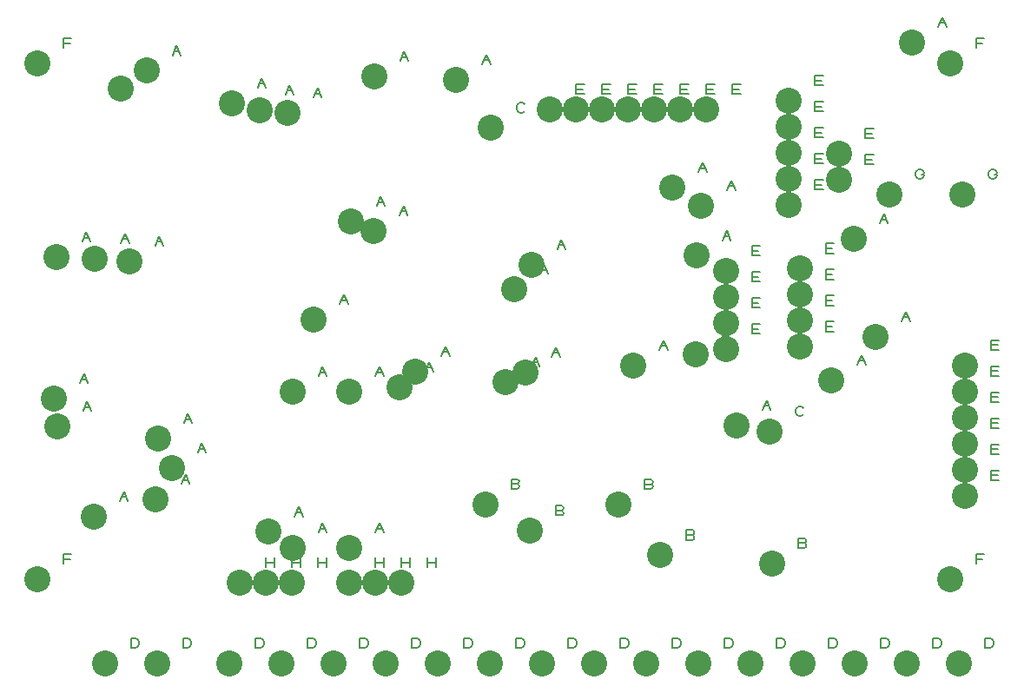
<source format=gbr>
G04 DesignSpark PCB Gerber Version 11.0 Build 5877*
G04 #@! TF.Part,Single*
G04 #@! TF.FileFunction,Drillmap*
G04 #@! TF.FilePolarity,Positive*
%FSLAX35Y35*%
%MOIN*%
%ADD29C,0.00500*%
G04 #@! TA.AperFunction,ViaPad*
%ADD28C,0.10000*%
G04 #@! TD.AperFunction*
X0Y0D02*
D02*
D28*
X18150Y69500D03*
Y267500D03*
X24450Y138800D03*
X25350Y193100D03*
X25650Y128100D03*
X39750Y93600D03*
X40250Y192600D03*
X44050Y37200D03*
X50250Y257900D03*
X53350Y191600D03*
X60050Y264700D03*
X63450Y100100D03*
X64050Y37200D03*
X64350Y123500D03*
X69650Y112100D03*
X91850Y37200D03*
X92650Y252200D03*
X95850Y68100D03*
X103350Y249600D03*
X105850Y68100D03*
X106850Y87700D03*
X111850Y37200D03*
X114150Y248500D03*
X115850Y68100D03*
X116050Y81500D03*
Y141500D03*
X124250Y169100D03*
X131850Y37200D03*
X137850Y81500D03*
Y141500D03*
X137950Y68100D03*
X138350Y206800D03*
X147150Y203200D03*
X147350Y262500D03*
X147950Y68100D03*
X151850Y37200D03*
X157050Y143200D03*
X157950Y68100D03*
X163250Y149200D03*
X171850Y37200D03*
X178950Y261300D03*
X190050Y98300D03*
X191850Y37200D03*
X192050Y242700D03*
X197750Y145200D03*
X201050Y180800D03*
X205550Y149000D03*
X207050Y88100D03*
X207650Y190300D03*
X211850Y37200D03*
X214950Y249800D03*
X224950D03*
X231850Y37200D03*
X234950Y249800D03*
X241250Y98200D03*
X244950Y249800D03*
X246950Y151600D03*
X251850Y37200D03*
X254950Y249800D03*
X257150Y78700D03*
X261850Y219800D03*
X264950Y249800D03*
X270750Y155900D03*
X271150Y193700D03*
X271850Y37200D03*
X272950Y213000D03*
X274950Y249800D03*
X282450Y157800D03*
Y167800D03*
Y177800D03*
Y187800D03*
X286450Y128600D03*
X291850Y37200D03*
X299050Y126200D03*
X300150Y75600D03*
X306550Y213200D03*
Y223200D03*
Y233200D03*
Y243200D03*
Y253200D03*
X310750Y158700D03*
Y168700D03*
Y178700D03*
Y188700D03*
X311850Y37200D03*
X322950Y146000D03*
X325850Y222800D03*
Y232800D03*
X331450Y200100D03*
X331850Y37200D03*
X339950Y162600D03*
X345250Y217200D03*
X351850Y37200D03*
X353850Y275600D03*
X368450Y69500D03*
Y267500D03*
X371850Y37200D03*
X373250Y217200D03*
X374150Y101600D03*
Y111600D03*
Y121600D03*
Y131600D03*
Y141600D03*
Y151600D03*
D02*
D29*
X28150Y75437D02*
Y79187D01*
X31275D01*
X30650Y77313D02*
X28150D01*
Y273437D02*
Y277187D01*
X31275D01*
X30650Y275313D02*
X28150D01*
X34450Y144737D02*
X36013Y148487D01*
X37575Y144737D01*
X35075Y146300D02*
X36950D01*
X35350Y199037D02*
X36913Y202787D01*
X38475Y199037D01*
X35975Y200600D02*
X37850D01*
X35650Y134037D02*
X37213Y137787D01*
X38775Y134037D01*
X36275Y135600D02*
X38150D01*
X49750Y99537D02*
X51313Y103287D01*
X52875Y99537D01*
X50375Y101100D02*
X52250D01*
X50250Y198537D02*
X51813Y202287D01*
X53375Y198537D01*
X50875Y200100D02*
X52750D01*
X54050Y43137D02*
Y46887D01*
X55925D01*
X56550Y46575D01*
X56863Y46263D01*
X57175Y45637D01*
Y44387D01*
X56863Y43763D01*
X56550Y43450D01*
X55925Y43137D01*
X54050D01*
X60250Y263837D02*
X61813Y267587D01*
X63375Y263837D01*
X60875Y265400D02*
X62750D01*
X63350Y197537D02*
X64913Y201287D01*
X66475Y197537D01*
X63975Y199100D02*
X65850D01*
X70050Y270637D02*
X71613Y274387D01*
X73175Y270637D01*
X70675Y272200D02*
X72550D01*
X73450Y106037D02*
X75013Y109787D01*
X76575Y106037D01*
X74075Y107600D02*
X75950D01*
X74050Y43137D02*
Y46887D01*
X75925D01*
X76550Y46575D01*
X76863Y46263D01*
X77175Y45637D01*
Y44387D01*
X76863Y43763D01*
X76550Y43450D01*
X75925Y43137D01*
X74050D01*
X74350Y129437D02*
X75913Y133187D01*
X77475Y129437D01*
X74975Y131000D02*
X76850D01*
X79650Y118037D02*
X81213Y121787D01*
X82775Y118037D01*
X80275Y119600D02*
X82150D01*
X101850Y43137D02*
Y46887D01*
X103725D01*
X104350Y46575D01*
X104663Y46263D01*
X104975Y45637D01*
Y44387D01*
X104663Y43763D01*
X104350Y43450D01*
X103725Y43137D01*
X101850D01*
X102650Y258137D02*
X104213Y261887D01*
X105775Y258137D01*
X103275Y259700D02*
X105150D01*
X105850Y74037D02*
Y77787D01*
Y75913D02*
X108975D01*
Y74037D02*
Y77787D01*
X113350Y255537D02*
X114913Y259287D01*
X116475Y255537D01*
X113975Y257100D02*
X115850D01*
Y74037D02*
Y77787D01*
Y75913D02*
X118975D01*
Y74037D02*
Y77787D01*
X116850Y93637D02*
X118413Y97387D01*
X119975Y93637D01*
X117475Y95200D02*
X119350D01*
X121850Y43137D02*
Y46887D01*
X123725D01*
X124350Y46575D01*
X124663Y46263D01*
X124975Y45637D01*
Y44387D01*
X124663Y43763D01*
X124350Y43450D01*
X123725Y43137D01*
X121850D01*
X124150Y254437D02*
X125713Y258187D01*
X127275Y254437D01*
X124775Y256000D02*
X126650D01*
X125850Y74037D02*
Y77787D01*
Y75913D02*
X128975D01*
Y74037D02*
Y77787D01*
X126050Y87437D02*
X127613Y91187D01*
X129175Y87437D01*
X126675Y89000D02*
X128550D01*
X126050Y147437D02*
X127613Y151187D01*
X129175Y147437D01*
X126675Y149000D02*
X128550D01*
X134250Y175037D02*
X135813Y178787D01*
X137375Y175037D01*
X134875Y176600D02*
X136750D01*
X141850Y43137D02*
Y46887D01*
X143725D01*
X144350Y46575D01*
X144663Y46263D01*
X144975Y45637D01*
Y44387D01*
X144663Y43763D01*
X144350Y43450D01*
X143725Y43137D01*
X141850D01*
X147850Y87437D02*
X149413Y91187D01*
X150975Y87437D01*
X148475Y89000D02*
X150350D01*
X147850Y147437D02*
X149413Y151187D01*
X150975Y147437D01*
X148475Y149000D02*
X150350D01*
X147950Y74037D02*
Y77787D01*
Y75913D02*
X151075D01*
Y74037D02*
Y77787D01*
X148350Y212737D02*
X149913Y216487D01*
X151475Y212737D01*
X148975Y214300D02*
X150850D01*
X157150Y209137D02*
X158713Y212887D01*
X160275Y209137D01*
X157775Y210700D02*
X159650D01*
X157350Y268437D02*
X158913Y272187D01*
X160475Y268437D01*
X157975Y270000D02*
X159850D01*
X157950Y74037D02*
Y77787D01*
Y75913D02*
X161075D01*
Y74037D02*
Y77787D01*
X161850Y43137D02*
Y46887D01*
X163725D01*
X164350Y46575D01*
X164663Y46263D01*
X164975Y45637D01*
Y44387D01*
X164663Y43763D01*
X164350Y43450D01*
X163725Y43137D01*
X161850D01*
X167050Y149137D02*
X168613Y152887D01*
X170175Y149137D01*
X167675Y150700D02*
X169550D01*
X167950Y74037D02*
Y77787D01*
Y75913D02*
X171075D01*
Y74037D02*
Y77787D01*
X173250Y155137D02*
X174813Y158887D01*
X176375Y155137D01*
X173875Y156700D02*
X175750D01*
X181850Y43137D02*
Y46887D01*
X183725D01*
X184350Y46575D01*
X184663Y46263D01*
X184975Y45637D01*
Y44387D01*
X184663Y43763D01*
X184350Y43450D01*
X183725Y43137D01*
X181850D01*
X188950Y267237D02*
X190513Y270987D01*
X192075Y267237D01*
X189575Y268800D02*
X191450D01*
X202237Y106113D02*
X202863Y105800D01*
X203175Y105175D01*
X202863Y104550D01*
X202237Y104237D01*
X200050D01*
Y107987D01*
X202237D01*
X202863Y107675D01*
X203175Y107050D01*
X202863Y106425D01*
X202237Y106113D01*
X200050D01*
X201850Y43137D02*
Y46887D01*
X203725D01*
X204350Y46575D01*
X204663Y46263D01*
X204975Y45637D01*
Y44387D01*
X204663Y43763D01*
X204350Y43450D01*
X203725Y43137D01*
X201850D01*
X205175Y249263D02*
X204863Y248950D01*
X204237Y248637D01*
X203300D01*
X202675Y248950D01*
X202363Y249263D01*
X202050Y249887D01*
Y251137D01*
X202363Y251763D01*
X202675Y252075D01*
X203300Y252387D01*
X204237D01*
X204863Y252075D01*
X205175Y251763D01*
X207750Y151137D02*
X209313Y154887D01*
X210875Y151137D01*
X208375Y152700D02*
X210250D01*
X211050Y186737D02*
X212613Y190487D01*
X214175Y186737D01*
X211675Y188300D02*
X213550D01*
X215550Y154937D02*
X217113Y158687D01*
X218675Y154937D01*
X216175Y156500D02*
X218050D01*
X219237Y95913D02*
X219863Y95600D01*
X220175Y94975D01*
X219863Y94350D01*
X219237Y94037D01*
X217050D01*
Y97787D01*
X219237D01*
X219863Y97475D01*
X220175Y96850D01*
X219863Y96225D01*
X219237Y95913D01*
X217050D01*
X217650Y196237D02*
X219213Y199987D01*
X220775Y196237D01*
X218275Y197800D02*
X220150D01*
X221850Y43137D02*
Y46887D01*
X223725D01*
X224350Y46575D01*
X224663Y46263D01*
X224975Y45637D01*
Y44387D01*
X224663Y43763D01*
X224350Y43450D01*
X223725Y43137D01*
X221850D01*
X224950Y255737D02*
Y259487D01*
X228075D01*
X227450Y257613D02*
X224950D01*
Y255737D02*
X228075D01*
X234950D02*
Y259487D01*
X238075D01*
X237450Y257613D02*
X234950D01*
Y255737D02*
X238075D01*
X241850Y43137D02*
Y46887D01*
X243725D01*
X244350Y46575D01*
X244663Y46263D01*
X244975Y45637D01*
Y44387D01*
X244663Y43763D01*
X244350Y43450D01*
X243725Y43137D01*
X241850D01*
X244950Y255737D02*
Y259487D01*
X248075D01*
X247450Y257613D02*
X244950D01*
Y255737D02*
X248075D01*
X253437Y106013D02*
X254063Y105700D01*
X254375Y105075D01*
X254063Y104450D01*
X253437Y104137D01*
X251250D01*
Y107887D01*
X253437D01*
X254063Y107575D01*
X254375Y106950D01*
X254063Y106325D01*
X253437Y106013D01*
X251250D01*
X254950Y255737D02*
Y259487D01*
X258075D01*
X257450Y257613D02*
X254950D01*
Y255737D02*
X258075D01*
X256950Y157537D02*
X258513Y161287D01*
X260075Y157537D01*
X257575Y159100D02*
X259450D01*
X261850Y43137D02*
Y46887D01*
X263725D01*
X264350Y46575D01*
X264663Y46263D01*
X264975Y45637D01*
Y44387D01*
X264663Y43763D01*
X264350Y43450D01*
X263725Y43137D01*
X261850D01*
X264950Y255737D02*
Y259487D01*
X268075D01*
X267450Y257613D02*
X264950D01*
Y255737D02*
X268075D01*
X269337Y86513D02*
X269963Y86200D01*
X270275Y85575D01*
X269963Y84950D01*
X269337Y84637D01*
X267150D01*
Y88387D01*
X269337D01*
X269963Y88075D01*
X270275Y87450D01*
X269963Y86825D01*
X269337Y86513D01*
X267150D01*
X271850Y225737D02*
X273413Y229487D01*
X274975Y225737D01*
X272475Y227300D02*
X274350D01*
X274950Y255737D02*
Y259487D01*
X278075D01*
X277450Y257613D02*
X274950D01*
Y255737D02*
X278075D01*
X280750Y161837D02*
X282313Y165587D01*
X283875Y161837D01*
X281375Y163400D02*
X283250D01*
X281150Y199637D02*
X282713Y203387D01*
X284275Y199637D01*
X281775Y201200D02*
X283650D01*
X281850Y43137D02*
Y46887D01*
X283725D01*
X284350Y46575D01*
X284663Y46263D01*
X284975Y45637D01*
Y44387D01*
X284663Y43763D01*
X284350Y43450D01*
X283725Y43137D01*
X281850D01*
X282950Y218937D02*
X284513Y222687D01*
X286075Y218937D01*
X283575Y220500D02*
X285450D01*
X284950Y255737D02*
Y259487D01*
X288075D01*
X287450Y257613D02*
X284950D01*
Y255737D02*
X288075D01*
X292450Y163737D02*
Y167487D01*
X295575D01*
X294950Y165613D02*
X292450D01*
Y163737D02*
X295575D01*
X292450Y173737D02*
Y177487D01*
X295575D01*
X294950Y175613D02*
X292450D01*
Y173737D02*
X295575D01*
X292450Y183737D02*
Y187487D01*
X295575D01*
X294950Y185613D02*
X292450D01*
Y183737D02*
X295575D01*
X292450Y193737D02*
Y197487D01*
X295575D01*
X294950Y195613D02*
X292450D01*
Y193737D02*
X295575D01*
X296450Y134537D02*
X298013Y138287D01*
X299575Y134537D01*
X297075Y136100D02*
X298950D01*
X301850Y43137D02*
Y46887D01*
X303725D01*
X304350Y46575D01*
X304663Y46263D01*
X304975Y45637D01*
Y44387D01*
X304663Y43763D01*
X304350Y43450D01*
X303725Y43137D01*
X301850D01*
X312175Y132763D02*
X311863Y132450D01*
X311237Y132137D01*
X310300D01*
X309675Y132450D01*
X309363Y132763D01*
X309050Y133387D01*
Y134637D01*
X309363Y135263D01*
X309675Y135575D01*
X310300Y135887D01*
X311237D01*
X311863Y135575D01*
X312175Y135263D01*
X312337Y83413D02*
X312963Y83100D01*
X313275Y82475D01*
X312963Y81850D01*
X312337Y81537D01*
X310150D01*
Y85287D01*
X312337D01*
X312963Y84975D01*
X313275Y84350D01*
X312963Y83725D01*
X312337Y83413D01*
X310150D01*
X316550Y219137D02*
Y222887D01*
X319675D01*
X319050Y221013D02*
X316550D01*
Y219137D02*
X319675D01*
X316550Y229137D02*
Y232887D01*
X319675D01*
X319050Y231013D02*
X316550D01*
Y229137D02*
X319675D01*
X316550Y239137D02*
Y242887D01*
X319675D01*
X319050Y241013D02*
X316550D01*
Y239137D02*
X319675D01*
X316550Y249137D02*
Y252887D01*
X319675D01*
X319050Y251013D02*
X316550D01*
Y249137D02*
X319675D01*
X316550Y259137D02*
Y262887D01*
X319675D01*
X319050Y261013D02*
X316550D01*
Y259137D02*
X319675D01*
X320750Y164637D02*
Y168387D01*
X323875D01*
X323250Y166513D02*
X320750D01*
Y164637D02*
X323875D01*
X320750Y174637D02*
Y178387D01*
X323875D01*
X323250Y176513D02*
X320750D01*
Y174637D02*
X323875D01*
X320750Y184637D02*
Y188387D01*
X323875D01*
X323250Y186513D02*
X320750D01*
Y184637D02*
X323875D01*
X320750Y194637D02*
Y198387D01*
X323875D01*
X323250Y196513D02*
X320750D01*
Y194637D02*
X323875D01*
X321850Y43137D02*
Y46887D01*
X323725D01*
X324350Y46575D01*
X324663Y46263D01*
X324975Y45637D01*
Y44387D01*
X324663Y43763D01*
X324350Y43450D01*
X323725Y43137D01*
X321850D01*
X332950Y151937D02*
X334513Y155687D01*
X336075Y151937D01*
X333575Y153500D02*
X335450D01*
X335850Y228737D02*
Y232487D01*
X338975D01*
X338350Y230613D02*
X335850D01*
Y228737D02*
X338975D01*
X335850Y238737D02*
Y242487D01*
X338975D01*
X338350Y240613D02*
X335850D01*
Y238737D02*
X338975D01*
X341450Y206037D02*
X343013Y209787D01*
X344575Y206037D01*
X342075Y207600D02*
X343950D01*
X341850Y43137D02*
Y46887D01*
X343725D01*
X344350Y46575D01*
X344663Y46263D01*
X344975Y45637D01*
Y44387D01*
X344663Y43763D01*
X344350Y43450D01*
X343725Y43137D01*
X341850D01*
X349950Y168537D02*
X351513Y172287D01*
X353075Y168537D01*
X350575Y170100D02*
X352450D01*
X357437Y224700D02*
X358375D01*
Y224387D01*
X358063Y223763D01*
X357750Y223450D01*
X357125Y223137D01*
X356500D01*
X355875Y223450D01*
X355563Y223763D01*
X355250Y224387D01*
Y225637D01*
X355563Y226263D01*
X355875Y226575D01*
X356500Y226887D01*
X357125D01*
X357750Y226575D01*
X358063Y226263D01*
X358375Y225637D01*
X361850Y43137D02*
Y46887D01*
X363725D01*
X364350Y46575D01*
X364663Y46263D01*
X364975Y45637D01*
Y44387D01*
X364663Y43763D01*
X364350Y43450D01*
X363725Y43137D01*
X361850D01*
X363850Y281537D02*
X365413Y285287D01*
X366975Y281537D01*
X364475Y283100D02*
X366350D01*
X378450Y75437D02*
Y79187D01*
X381575D01*
X380950Y77313D02*
X378450D01*
Y273437D02*
Y277187D01*
X381575D01*
X380950Y275313D02*
X378450D01*
X381850Y43137D02*
Y46887D01*
X383725D01*
X384350Y46575D01*
X384663Y46263D01*
X384975Y45637D01*
Y44387D01*
X384663Y43763D01*
X384350Y43450D01*
X383725Y43137D01*
X381850D01*
X385437Y224700D02*
X386375D01*
Y224387D01*
X386063Y223763D01*
X385750Y223450D01*
X385125Y223137D01*
X384500D01*
X383875Y223450D01*
X383563Y223763D01*
X383250Y224387D01*
Y225637D01*
X383563Y226263D01*
X383875Y226575D01*
X384500Y226887D01*
X385125D01*
X385750Y226575D01*
X386063Y226263D01*
X386375Y225637D01*
X384150Y107537D02*
Y111287D01*
X387275D01*
X386650Y109413D02*
X384150D01*
Y107537D02*
X387275D01*
X384150Y117537D02*
Y121287D01*
X387275D01*
X386650Y119413D02*
X384150D01*
Y117537D02*
X387275D01*
X384150Y127537D02*
Y131287D01*
X387275D01*
X386650Y129413D02*
X384150D01*
Y127537D02*
X387275D01*
X384150Y137537D02*
Y141287D01*
X387275D01*
X386650Y139413D02*
X384150D01*
Y137537D02*
X387275D01*
X384150Y147537D02*
Y151287D01*
X387275D01*
X386650Y149413D02*
X384150D01*
Y147537D02*
X387275D01*
X384150Y157537D02*
Y161287D01*
X387275D01*
X386650Y159413D02*
X384150D01*
Y157537D02*
X387275D01*
X0Y0D02*
M02*

</source>
